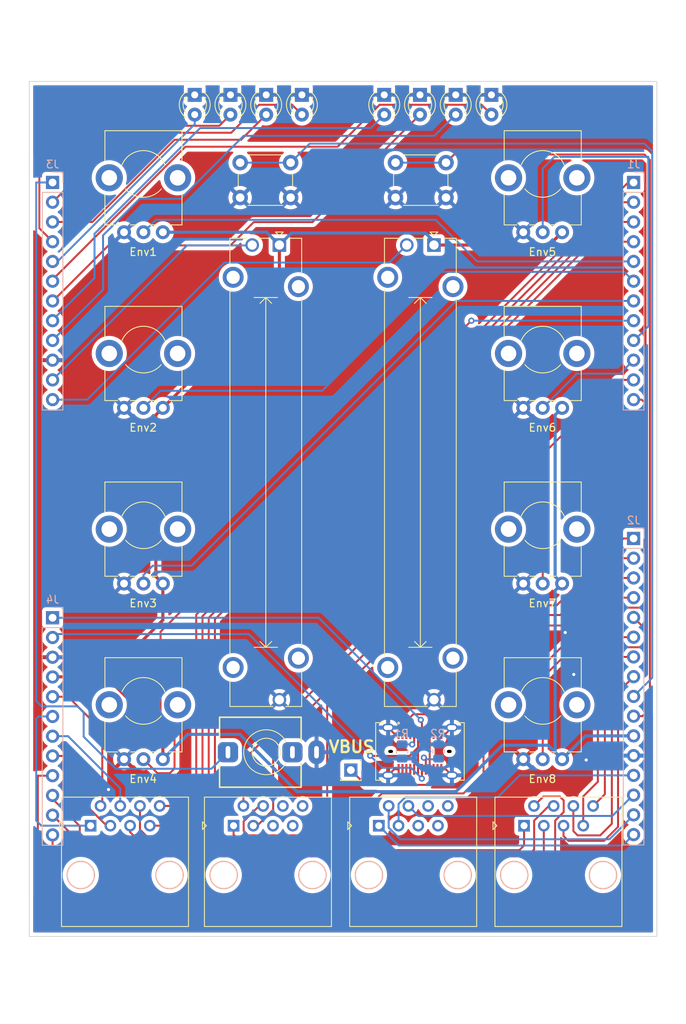
<source format=kicad_pcb>
(kicad_pcb (version 20211014) (generator pcbnew)
  (layers (0 "F.Cu" signal) (31 "B.Cu" signal) (34 "B.Paste" user) (35 "F.Paste" user) (36 "B.SilkS" user "B.Silkscreen") (37 "F.SilkS" user "F.Silkscreen") (38 "B.Mask" user) (39 "F.Mask" user) (44 "Edge.Cuts" user))
  (net 0 "")
  (net 1 "GND")
  (net 2 "/EnvA1_LED_Out")
  (net 3 "/EnvA2_LED_Out")
  (net 4 "/EnvA3_LED_Out")
  (net 5 "/EnvA4_LED_Out")
  (net 6 "/EnvB1_LED_Out")
  (net 7 "/EnvB2_LED_Out")
  (net 8 "/EnvB3_LED_Out")
  (net 9 "/EnvB4_LED_Out")
  (net 10 "+3.3VA")
  (net 11 "/Env1_Attack")
  (net 12 "/Env1_Decay")
  (net 13 "/Env1_Sustain")
  (net 14 "/Env1_Release")
  (net 15 "/Env2_Attack")
  (net 16 "/Env2_Decay")
  (net 17 "/Env2_Sustain")
  (net 18 "/Env2_Release")
  (net 19 "/AudioA4_In")
  (net 20 "/AudioA3_In")
  (net 21 "/AudioA2_In")
  (net 22 "/AudioA1_In")
  (net 23 "/Audio2_Out")
  (net 24 "/Audio3_Out")
  (net 25 "/Audio4_Out")
  (net 26 "/Audio1_Out")
  (net 27 "/AudioB4_In")
  (net 28 "/AudioB3_In")
  (net 29 "/AudioB2_In")
  (net 30 "/AudioB1_In")
  (net 31 "/Calib_Btn1")
  (net 32 "/Calib_Btn2")
  (net 33 "/MIDI_IN")
  (net 34 "/ChannelA_Level")
  (net 35 "/ChannelB_Level")
  (net 36 "/USB_DP")
  (net 37 "/USB_DM")
  (net 38 "/CV_OUT_A2")
  (net 39 "/CV_OUT_A1")
  (net 40 "/CV_OUT_A4")
  (net 41 "/CV_OUT_A3")
  (net 42 "/CV_OUT_B2")
  (net 43 "/CV_OUT_B1")
  (net 44 "/CV_OUT_B4")
  (net 45 "/CV_OUT_B3")
  (net 52 "Net-(J8-PadA4)")
  (net 53 "Net-(J8-PadA5)")
  (net 59 "Net-(J8-PadB5)")
  (net 64 "/Gate3_Out")
  (net 65 "/Gate4_Out")
  (net 66 "/Gate2_Out")
  (net 67 "/Gate1_Out")
  (footprint "Custom_Footprints:LED_D3.0mm" (layer "F.Cu") (at 80.6 42 -90)
    (fp_text reference "A3" hide)
    (fp_text value "LED")
  )
  (footprint "Custom_Footprints:Thonkiconn_Stereo-PJ366ST" (layer "F.Cu") (at 80.6 125.3 90)
    (fp_text reference "J9" hide)
    (fp_text value "Midi_In")
  )
  (footprint "Custom_Footprints:Alpha_9mm_Potentiometer_Aligned" (layer "F.Cu") (at 64.8 50.9)
    (fp_text reference "Env1")
    (fp_text value "10k")
  )
  (footprint "Custom_Footprints:RJ45_Molex_42878-8506" (layer "F.Cu") (at 62.4 139.4)
    (fp_text reference "J5" hide)
    (fp_text value "CV_A")
  )
  (footprint "Custom_Footprints:LED_D3.0mm" (layer "F.Cu") (at 95.8 42 -90)
    (fp_text reference "B1" hide)
    (fp_text value "LED")
  )
  (footprint "Custom_Footprints:Alpha_9mm_Potentiometer_Aligned" (layer "F.Cu") (at 64.8 73.5)
    (fp_text reference "Env2")
    (fp_text value "10k")
  )
  (footprint "Custom_Footprints:RJ45_Molex_42878-8506" (layer "F.Cu") (at 80.8 139.4)
    (fp_text reference "J7" hide)
    (fp_text value "Out")
  )
  (footprint "Custom_Footprints:LED_D3.0mm" (layer "F.Cu") (at 85.2 42 -90)
    (fp_text reference "A4" hide)
    (fp_text value "LED")
  )
  (footprint "Custom_Footprints:SW_PUSH_6mm_aligned" (layer "F.Cu") (at 80.5 51.7)
    (fp_text reference "SW1" hide)
    (fp_text value "SW_Push")
  )
  (footprint "Custom_Footprints:Alpha_9mm_Potentiometer_Aligned" (layer "F.Cu") (at 64.8 96.1)
    (fp_text reference "Env3")
    (fp_text value "10k")
  )
  (footprint "Custom_Footprints:Alpha_9mm_Potentiometer_Aligned" (layer "F.Cu") (at 116.2 50.9)
    (fp_text reference "Env5")
    (fp_text value "10k")
  )
  (footprint "Potentiometer_THT:Potentiometer_Bourns_PTA4543_Single_Slide" (layer "F.Cu") (at 82.3 60.05 -90)
    (fp_text reference "Level1" hide)
    (fp_text value "10k")
  )
  (footprint "Custom_Footprints:LED_D3.0mm" (layer "F.Cu") (at 109.6 42 -90)
    (fp_text reference "B4" hide)
    (fp_text value "LED")
  )
  (footprint "Custom_Footprints:LED_D3.0mm" (layer "F.Cu") (at 71.4 42 -90)
    (fp_text reference "A1" hide)
    (fp_text value "LED")
  )
  (footprint "Potentiometer_THT:Potentiometer_Bourns_PTA4543_Single_Slide" (layer "F.Cu") (at 102.2 60.05 -90)
    (fp_text reference "Level2" hide)
    (fp_text value "10k")
  )
  (footprint "Custom_Footprints:LED_D3.0mm" (layer "F.Cu") (at 100.4 42 -90)
    (fp_text reference "B2" hide)
    (fp_text value "LED")
  )
  (footprint "Custom_Footprints:LED_D3.0mm" (layer "F.Cu") (at 76 42 -90)
    (fp_text reference "A2" hide)
    (fp_text value "LED")
  )
  (footprint "Custom_Footprints:Alpha_9mm_Potentiometer_Aligned" (layer "F.Cu") (at 64.8 118.7)
    (fp_text reference "Env4")
    (fp_text value "10k")
  )
  (footprint "Custom_Footprints:RJ45_Molex_42878-8506" (layer "F.Cu") (at 118.2 139.4)
    (fp_text reference "J6" hide)
    (fp_text value "CV_B")
  )
  (footprint "Connector_PinSocket_2.54mm:PinSocket_1x01_P2.54mm_Vertical" (layer "F.Cu") (at 91.5 127.6)
    (fp_text reference "TP1" hide)
    (fp_text value "TestPoint")
  )
  (footprint "Custom_Footprints:SW_PUSH_6mm_aligned" (layer "F.Cu") (at 100.5 51.7)
    (fp_text reference "SW2" hide)
    (fp_text value "SW_Push")
  )
  (footprint "Custom_Footprints:LED_D3.0mm" (layer "F.Cu") (at 105 42 -90)
    (fp_text reference "B3" hide)
    (fp_text value "LED")
  )
  (footprint "Custom_Footprints:Alpha_9mm_Potentiometer_Aligned" (layer "F.Cu") (at 116.2 118.7)
    (fp_text reference "Env8")
    (fp_text value "10k")
  )
  (footprint "Custom_Footprints:RJ45_Molex_42878-8506" (layer "F.Cu") (at 99.5 139.4)
    (fp_text reference "J10" hide)
    (fp_text value "Gate_Out")
  )
  (footprint "Custom_Footprints:USB_C_Receptacle_Amphenol_12401951E412A" (layer "F.Cu") (at 100.4 125.2)
    (fp_text reference "J8" hide)
    (fp_text value "USB_C_Receptacle")
  )
  (footprint "Custom_Footprints:Alpha_9mm_Potentiometer_Aligned" (layer "F.Cu") (at 116.2 96.1)
    (fp_text reference "Env7")
    (fp_text value "10k")
  )
  (footprint "Custom_Footprints:Alpha_9mm_Potentiometer_Aligned" (layer "F.Cu") (at 116.2 73.5)
    (fp_text reference "Env6")
    (fp_text value "10k")
  )
  (footprint "Connector_PinHeader_2.54mm:PinHeader_1x16_P2.54mm_Vertical" (layer "B.Cu") (at 127.9 97.8 180)
    (fp_text reference "J2")
    (fp_text value "Conn_01x16_Male")
  )
  (footprint "Connector_PinHeader_2.54mm:PinHeader_1x12_P2.54mm_Vertical" (layer "B.Cu") (at 53.1 52 180)
    (fp_text reference "J3")
    (fp_text value "Conn_01x12_Male")
  )
  (footprint "Resistor_SMD:R_0805_2012Metric" (layer "B.Cu") (at 98.1 125.2 -90)
    (fp_text reference "R1")
    (fp_text value "5k1")
  )
  (footprint "Connector_PinHeader_2.54mm:PinHeader_1x12_P2.54mm_Vertical" (layer "B.Cu") (at 53.1 108 180)
    (fp_text reference "J4")
    (fp_text value "Conn_01x12_Male")
  )
  (footprint "Connector_PinHeader_2.54mm:PinHeader_1x12_P2.54mm_Vertical" (layer "B.Cu") (at 127.9 52 180)
    (fp_text reference "J1")
    (fp_text value "Conn_01x12_Male")
  )
  (footprint "Resistor_SMD:R_0805_2012Metric" (layer "B.Cu") (at 102.8 125.2 90)
    (fp_text reference "R2")
    (fp_text value "5k1")
  )
  (gr_rect locked (start 50.1 39) (end 130.9 149) (layer "Edge.Cuts") (width 0.1) (fill none))
  (gr_text "VBUS" (at 91.6 124.6) (layer "F.SilkS") (effects (font (size 1.5 1.5) (thickness 0.3))))
  (segment (start 97.65 127.5) (end 97.07 127.5) (width 0.25) (layer "F.Cu") (net 1))
  (segment (start 103.15 127.5) (end 103.73 127.5) (width 0.25) (layer "F.Cu") (net 1))
  (segment (start 103.73 127.5) (end 104.5 128.27) (width 0.25) (layer "F.Cu") (net 1))
  (segment (start 97.07 122.9) (end 96.3 122.13) (width 0.25) (layer "F.Cu") (net 1))
  (segment (start 97.65 122.9) (end 97.07 122.9) (width 0.25) (layer "F.Cu") (net 1))
  (segment (start 103.73 122.9) (end 104.5 122.13) (width 0.25) (layer "F.Cu") (net 1))
  (segment (start 97.07 127.5) (end 96.3 128.27) (width 0.25) (layer "F.Cu") (net 1))
  (segment (start 103.15 122.9) (end 103.73 122.9) (width 0.25) (layer "F.Cu") (net 1))
  (via (at 119.1 109.9) (size 0.8) (drill 0.4) (layers "F.Cu" "B.Cu") (net 1))
  (via (at 121.8 126.3) (size 0.8) (drill 0.4) (layers "F.Cu" "B.Cu") (net 1))
  (via (at 60.3 130.1) (size 0.8) (drill 0.4) (layers "F.Cu" "B.Cu") (net 1))
  (via (at 120.2 115.3) (size 0.8) (drill 0.4) (layers "F.Cu" "B.Cu") (net 1))
  (segment (start 71.4 44.5) (end 71.4 43.27) (width 0.25) (layer "B.Cu") (net 2))
  (segment (start 53.1 62.16) (end 53.74 62.16) (width 0.25) (layer "B.Cu") (net 2))
  (segment (start 53.74 62.16) (end 71.4 44.5) (width 0.25) (layer "B.Cu") (net 2))
  (segment (start 53.1 59.62) (end 53.1 59.6) (width 0.25) (layer "F.Cu") (net 3))
  (segment (start 51.4 57.9) (end 51.4 48.6) (width 0.25) (layer "F.Cu") (net 3))
  (segment (start 74.57 44.7) (end 76 43.27) (width 0.25) (layer "F.Cu") (net 3))
  (segment (start 55.3 44.7) (end 74.57 44.7) (width 0.25) (layer "F.Cu") (net 3))
  (segment (start 51.4 48.6) (end 55.3 44.7) (width 0.25) (layer "F.Cu") (net 3))
  (segment (start 53.1 59.6) (end 51.4 57.9) (width 0.25) (layer "F.Cu") (net 3))
  (segment (start 68.8 46.5) (end 77.37 46.5) (width 0.25) (layer "F.Cu") (net 4))
  (segment (start 58.22 57.08) (end 68.8 46.5) (width 0.25) (layer "F.Cu") (net 4))
  (segment (start 53.1 57.08) (end 58.22 57.08) (width 0.25) (layer "F.Cu") (net 4))
  (segment (start 77.37 46.5) (end 80.6 43.27) (width 0.25) (layer "F.Cu") (net 4))
  (segment (start 53.1 54.54) (end 62.04 45.6) (width 0.25) (layer "F.Cu") (net 5))
  (segment (start 62.04 45.6) (end 76.1 45.6) (width 0.25) (layer "F.Cu") (net 5))
  (segment (start 76.1 45.6) (end 79.7 42) (width 0.25) (layer "F.Cu") (net 5))
  (segment (start 83.93 42) (end 85.2 43.27) (width 0.25) (layer "F.Cu") (net 5))
  (segment (start 79.7 42) (end 83.93 42) (width 0.25) (layer "F.Cu") (net 5))
  (segment (start 53.1 69.7) (end 53.1 69.78) (width 0.25) (layer "B.Cu") (net 6))
  (segment (start 58.5 58.6) (end 58.5 64.3) (width 0.25) (layer "B.Cu") (net 6))
  (segment (start 94.07 45) (end 72.1 45) (width 0.25) (layer "B.Cu") (net 6))
  (segment (start 58.5 64.3) (end 53.1 69.7) (width 0.25) (layer "B.Cu") (net 6))
  (segment (start 72.1 45) (end 58.5 58.6) (width 0.25) (layer "B.Cu") (net 6))
  (segment (start 95.8 43.27) (end 94.07 45) (width 0.25) (layer "B.Cu") (net 6))
  (segment (start 76 60.1) (end 60.3 60.1) (width 0.25) (layer "F.Cu") (net 7))
  (segment (start 60.3 60.1) (end 53.16 67.24) (width 0.25) (layer "F.Cu") (net 7))
  (segment (start 79 57.1) (end 76 60.1) (width 0.25) (layer "F.Cu") (net 7))
  (segment (start 53.16 67.24) (end 53.1 67.24) (width 0.25) (layer "F.Cu") (net 7))
  (segment (start 86.57 57.1) (end 79 57.1) (width 0.25) (layer "F.Cu") (net 7))
  (segment (start 100.4 43.27) (end 86.57 57.1) (width 0.25) (layer "F.Cu") (net 7))
  (segment (start 64.3 54.1) (end 69.6 54.1) (width 0.25) (layer "B.Cu") (net 8))
  (segment (start 102.27 46) (end 105 43.27) (width 0.25) (layer "B.Cu") (net 8))
  (segment (start 69.6 54.1) (end 77.7 46) (width 0.25) (layer "B.Cu") (net 8))
  (segment (start 59.6 65.8) (end 59.6 58.8) (width 0.25) (layer "B.Cu") (net 8))
  (segment (start 53.1 72.32) (end 53.1 72.3) (width 0.25) (layer "B.Cu") (net 8))
  (segment (start 77.7 46) (end 102.27 46) (width 0.25) (layer "B.Cu") (net 8))
  (segment (start 59.6 58.8) (end 64.3 54.1) (width 0.25) (layer "B.Cu") (net 8))
  (segment (start 53.1 72.3) (end 59.6 65.8) (width 0.25) (layer "B.Cu") (net 8))
  (segment (start 108.33 42) (end 109.6 43.27) (width 0.25) (layer "F.Cu") (net 9))
  (segment (start 53.1 64.7) (end 53.1 64.5) (width 0.25) (layer "F.Cu") (net 9))
  (segment (start 53.1 64.5) (end 70.2 47.4) (width 0.25) (layer "F.Cu") (net 9))
  (segment (start 89.8 47.4) (end 95.2 42) (width 0.25) (layer "F.Cu") (net 9))
  (segment (start 95.2 42) (end 108.33 42) (width 0.25) (layer "F.Cu") (net 9))
  (segment (start 70.2 47.4) (end 89.8 47.4) (width 0.25) (layer "F.Cu") (net 9))
  (segment (start 66.4 81.9) (end 67.3 81) (width 0.4) (layer "F.Cu") (net 10))
  (segment (start 66.4 102.7) (end 66.4 81.9) (width 0.4) (layer "F.Cu") (net 10))
  (segment (start 60 115.6) (end 67.3 108.3) (width 0.4) (layer "F.Cu") (net 10))
  (segment (start 60 115.6) (end 53.12 115.6) (width 0.4) (layer "F.Cu") (net 10))
  (segment (start 67.3 81) (end 82.3 66) (width 0.4) (layer "F.Cu") (net 10))
  (segment (start 67.3 108.3) (end 67.3 103.6) (width 0.4) (layer "F.Cu") (net 10))
  (segment (start 118.7 58.4) (end 117.05 60.05) (width 0.4) (layer "F.Cu") (net 10))
  (segment (start 117.05 60.05) (end 102.2 60.05) (width 0.4) (layer "F.Cu") (net 10))
  (segment (start 82.3 66) (end 82.3 60.05) (width 0.4) (layer "F.Cu") (net 10))
  (segment (start 53.1 115.62) (end 53.12 115.6) (width 0.4) (layer "F.Cu") (net 10))
  (segment (start 67.3 126.2) (end 67.3 122.9) (width 0.4) (layer "F.Cu") (net 10))
  (segment (start 67.3 103.6) (end 66.4 102.7) (width 0.4) (layer "F.Cu") (net 10))
  (segment (start 67.3 122.9) (end 60 115.6) (width 0.4) (layer "F.Cu") (net 10))
  (segment (start 118.7 126.2) (end 116.9 124.4) (width 0.4) (layer "B.Cu") (net 10))
  (segment (start 117.8 104.5) (end 118.7 103.6) (width 0.4) (layer "B.Cu") (net 10))
  (segment (start 80.65 58.4) (end 82.3 60.05) (width 0.4) (layer "B.Cu") (net 10))
  (segment (start 67.3 58.4) (end 80.65 58.4) (width 0.4) (layer "B.Cu") (net 10))
  (segment (start 118.7 126.2) (end 121.7 123.2) (width 0.4) (layer "B.Cu") (net 10))
  (segment (start 118.7 126.2) (end 117.8 125.3) (width 0.4) (layer "B.Cu") (net 10))
  (segment (start 117.8 81.9) (end 117.8 102.7) (width 0.4) (layer "B.Cu") (net 10))
  (segment (start 70.5 123) (end 67.3 126.2) (width 0.4) (layer "B.Cu") (net 10))
  (segment (start 105.0245 130.3755) (end 84.574936 130.3755) (width 0.4) (layer "B.Cu") (net 10))
  (segment (start 111 124.4) (end 105.0245 130.3755) (width 0.4) (layer "B.Cu") (net 10))
  (segment (start 84.574936 130.3755) (end 77.199436 123) (width 0.4) (layer "B.Cu") (net 10))
  (segment (start 83.85 58.5) (end 82.3 60.05) (width 0.4) (layer "B.Cu") (net 10))
  (segment (start 118.7 81) (end 117.8 81.9) (width 0.4) (layer "B.Cu") (net 10))
  (segment (start 117.8 102.7) (end 118.7 103.6) (width 0.4) (layer "B.Cu") (net 10))
  (segment (start 102.2 59.6) (end 101.1 58.5) (width 0.4) (layer "B.Cu") (net 10))
  (segment (start 116.9 124.4) (end 111 124.4) (width 0.4) (layer "B.Cu") (net 10))
  (segment (start 101.1 58.5) (end 83.85 58.5) (width 0.4) (layer "B.Cu") (net 10))
  (segment (start 77.199436 123) (end 70.5 123) (width 0.4) (layer "B.Cu") (net 10))
  (segment (start 117.8 125.3) (end 117.8 104.5) (width 0.4) (layer "B.Cu") (net 10))
  (segment (start 121.7 123.2) (end 127.9 123.2) (width 0.4) (layer "B.Cu") (net 10))
  (segment (start 102.2 60.05) (end 102.2 59.6) (width 0.4) (layer "B.Cu") (net 10))
  (segment (start 64.8 58.4) (end 66.4 56.8) (width 0.25) (layer "B.Cu") (net 11))
  (segment (start 66.4 56.8) (end 102.4 56.8) (width 0.25) (layer "B.Cu") (net 11))
  (segment (start 102.4 56.8) (end 107.76 62.16) (width 0.25) (layer "B.Cu") (net 11))
  (segment (start 107.76 62.16) (end 127.9 62.16) (width 0.25) (layer "B.Cu") (net 11))
  (segment (start 126.7 63.5) (end 127.9 64.7) (width 0.25) (layer "B.Cu") (net 12))
  (segment (start 87.8 78.8) (end 103.1 63.5) (width 0.25) (layer "B.Cu") (net 12))
  (segment (start 67 78.8) (end 87.8 78.8) (width 0.25) (layer "B.Cu") (net 12))
  (segment (start 64.8 81) (end 67 78.8) (width 0.25) (layer "B.Cu") (net 12))
  (segment (start 103.1 63.5) (end 126.7 63.5) (width 0.25) (layer "B.Cu") (net 12))
  (segment (start 71 101.3) (end 105.06 67.24) (width 0.25) (layer "B.Cu") (net 13))
  (segment (start 64.8 103.6) (end 64.8 102.5) (width 0.25) (layer "B.Cu") (net 13))
  (segment (start 105.06 67.24) (end 127.9 67.24) (width 0.25) (layer "B.Cu") (net 13))
  (segment (start 66 101.3) (end 71 101.3) (width 0.25) (layer "B.Cu") (net 13))
  (segment (start 64.8 102.5) (end 66 101.3) (width 0.25) (layer "B.Cu") (net 13))
  (segment (start 67 109.8) (end 107.02 69.78) (width 0.25) (layer "F.Cu") (net 14))
  (segment (start 64.8 126.2) (end 66.6 128) (width 0.25) (layer "F.Cu") (net 14))
  (segment (start 67 120.9) (end 67 109.8) (width 0.25) (layer "F.Cu") (net 14))
  (segment (start 66.6 128) (end 68.2 128) (width 0.25) (layer "F.Cu") (net 14))
  (segment (start 68.8 122.7) (end 67 120.9) (width 0.25) (layer "F.Cu") (net 14))
  (segment (start 68.8 127.4) (end 68.8 122.7) (width 0.25) (layer "F.Cu") (net 14))
  (segment (start 68.2 128) (end 68.8 127.4) (width 0.25) (layer "F.Cu") (net 14))
  (via (at 107.02 69.78) (size 0.8) (drill 0.4) (layers "F.Cu" "B.Cu") (net 14))
  (segment (start 107.02 69.78) (end 127.9 69.78) (width 0.25) (layer "B.Cu") (net 14))
  (segment (start 127.98 72.32) (end 127.9 72.32) (width 0.25) (layer "B.Cu") (net 15))
  (segment (start 117.7 48.7) (end 129.8 48.7) (width 0.25) (layer "B.Cu") (net 15))
  (segment (start 116.2 58.4) (end 116.2 50.2) (width 0.25) (layer "B.Cu") (net 15))
  (segment (start 129.8 48.7) (end 129.8 70.5) (width 0.25) (layer "B.Cu") (net 15))
  (segment (start 116.2 50.2) (end 117.7 48.7) (width 0.25) (layer "B.Cu") (net 15))
  (segment (start 129.8 70.5) (end 127.98 72.32) (width 0.25) (layer "B.Cu") (net 15))
  (segment (start 126.16 76.6) (end 120.5 76.6) (width 0.25) (layer "B.Cu") (net 16))
  (segment (start 120.5 76.6) (end 120.5 76.7) (width 0.25) (layer "B.Cu") (net 16))
  (segment (start 127.9 74.86) (end 126.16 76.6) (width 0.25) (layer "B.Cu") (net 16))
  (segment (start 120.5 76.7) (end 116.2 81) (width 0.25) (layer "B.Cu") (net 16))
  (segment (start 116.2 87) (end 125.8 77.4) (width 0.25) (layer "F.Cu") (net 17))
  (segment (start 116.2 103.6) (end 116.2 87) (width 0.25) (layer "F.Cu") (net 17))
  (segment (start 125.8 77.4) (end 127.9 77.4) (width 0.25) (layer "F.Cu") (net 17))
  (segment (start 116.2 115.7) (end 125.2 106.7) (width 0.25) (layer "F.Cu") (net 18))
  (segment (start 125.2 106.7) (end 128.8 106.7) (width 0.25) (layer "F.Cu") (net 18))
  (segment (start 128.8 106.7) (end 129.3 106.2) (width 0.25) (layer "F.Cu") (net 18))
  (segment (start 128.94 79.94) (end 127.9 79.94) (width 0.25) (layer "F.Cu") (net 18))
  (segment (start 116.2 126.2) (end 116.2 115.7) (width 0.25) (layer "F.Cu") (net 18))
  (segment (start 129.3 80.3) (end 128.94 79.94) (width 0.25) (layer "F.Cu") (net 18))
  (segment (start 129.3 106.2) (end 129.3 80.3) (width 0.25) (layer "F.Cu") (net 18))
  (segment (start 71.6 107.6) (end 71.6 131.5) (width 0.25) (layer "F.Cu") (net 19))
  (segment (start 127.2 52) (end 71.6 107.6) (width 0.25) (layer "F.Cu") (net 19))
  (segment (start 71.6 131.5) (end 70.89 132.21) (width 0.25) (layer "F.Cu") (net 19))
  (segment (start 127.9 52) (end 127.2 52) (width 0.25) (layer "F.Cu") (net 19))
  (segment (start 70.89 132.21) (end 66.89 132.21) (width 0.25) (layer "F.Cu") (net 19))
  (segment (start 71.45 134.75) (end 72.4 133.8) (width 0.25) (layer "F.Cu") (net 20))
  (segment (start 72.4 133.8) (end 72.4 107.8) (width 0.25) (layer "F.Cu") (net 20))
  (segment (start 72.4 107.8) (end 125.66 54.54) (width 0.25) (layer "F.Cu") (net 20))
  (segment (start 65.62 134.75) (end 71.45 134.75) (width 0.25) (layer "F.Cu") (net 20))
  (segment (start 125.66 54.54) (end 127.9 54.54) (width 0.25) (layer "F.Cu") (net 20))
  (segment (start 73.2 108) (end 124.12 57.08) (width 0.25) (layer "F.Cu") (net 21))
  (segment (start 64.35 132.21) (end 64.35 135.25) (width 0.25) (layer "F.Cu") (net 21))
  (segment (start 124.12 57.08) (end 127.9 57.08) (width 0.25) (layer "F.Cu") (net 21))
  (segment (start 65.2 136.1) (end 71.9 136.1) (width 0.25) (layer "F.Cu") (net 21))
  (segment (start 64.35 135.25) (end 65.2 136.1) (width 0.25) (layer "F.Cu") (net 21))
  (segment (start 73.2 134.8) (end 73.2 108) (width 0.25) (layer "F.Cu") (net 21))
  (segment (start 71.9 136.1) (end 73.2 134.8) (width 0.25) (layer "F.Cu") (net 21))
  (segment (start 63.08 135.58) (end 64.4 136.9) (width 0.25) (layer "F.Cu") (net 22))
  (segment (start 72.6 136.9) (end 74 135.5) (width 0.25) (layer "F.Cu") (net 22))
  (segment (start 74 135.5) (end 74 108.2) (width 0.25) (layer "F.Cu") (net 22))
  (segment (start 74 108.2) (end 122.58 59.62) (width 0.25) (layer "F.Cu") (net 22))
  (segment (start 63.08 134.75) (end 63.08 135.58) (width 0.25) (layer "F.Cu") (net 22))
  (segment (start 64.4 136.9) (end 72.6 136.9) (width 0.25) (layer "F.Cu") (net 22))
  (segment (start 122.58 59.62) (end 127.9 59.62) (width 0.25) (layer "F.Cu") (net 22))
  (segment (start 97.6 106.4) (end 118 106.4) (width 0.25) (layer "F.Cu") (net 23))
  (segment (start 126.6 97.8) (end 127.9 97.8) (width 0.25) (layer "F.Cu") (net 23))
  (segment (start 77.67 126.33) (end 97.6 106.4) (width 0.25) (layer "F.Cu") (net 23))
  (segment (start 77.67 132.21) (end 77.67 126.33) (width 0.25) (layer "F.Cu") (net 23))
  (segment (start 118 106.4) (end 126.6 97.8) (width 0.25) (layer "F.Cu") (net 23))
  (segment (start 78.94 134.75) (end 79.45 134.75) (width 0.25) (layer "F.Cu") (net 24))
  (segment (start 81.5 132.7) (end 81.5 124.4) (width 0.25) (layer "F.Cu") (net 24))
  (segment (start 81.5 124.4) (end 98.25 107.65) (width 0.25) (layer "F.Cu") (net 24))
  (segment (start 118.45 107.65) (end 120.66 105.44) (width 0.25) (layer "F.Cu") (net 24))
  (segment (start 120.7 105.44) (end 125.8 100.34) (width 0.25) (layer "F.Cu") (net 24))
  (segment (start 79.45 134.75) (end 81.5 132.7) (width 0.25) (layer "F.Cu") (net 24))
  (segment (start 125.8 100.34) (end 127.9 100.34) (width 0.25) (layer "F.Cu") (net 24))
  (segment (start 98.25 107.65) (end 118.45 107.65) (width 0.25) (layer "F.Cu") (net 24))
  (segment (start 120.66 105.44) (end 120.7 105.44) (width 0.25) (layer "F.Cu") (net 24))
  (segment (start 79.69 132.21) (end 77.7 134.2) (width 0.25) (layer "F.Cu") (net 25))
  (segment (start 80.21 132.21) (end 79.69 132.21) (width 0.25) (layer "F.Cu") (net 25))
  (segment (start 77.7 135.4) (end 78.3 136) (width 0.25) (layer "F.Cu") (net 25))
  (segment (start 125.8 102.88) (end 127.9 102.88) (width 0.25) (layer "F.Cu") (net 25))
  (segment (start 87.2 136) (end 88.455 134.745) (width 0.25) (layer "F.Cu") (net 25))
  (segment (start 88.455 134.745) (end 88.455 119.145) (width 0.25) (layer "F.Cu") (net 25))
  (segment (start 78.3 136) (end 87.2 136) (width 0.25) (layer "F.Cu") (net 25))
  (segment (start 88.455 119.145) (end 98.6 109) (width 0.25) (layer "F.Cu") (net 25))
  (segment (start 119.68 109) (end 125.8 102.88) (width 0.25) (layer "F.Cu") (net 25))
  (segment (start 77.7 134.2) (end 77.7 135.4) (width 0.25) (layer "F.Cu") (net 25))
  (segment (start 98.6 109) (end 119.68 109) (width 0.25) (layer "F.Cu") (net 25))
  (segment (start 110.98 115.62) (end 114.78 115.62) (width 0.25) (layer "F.Cu") (net 26))
  (segment (start 95.5 130.6) (end 106 130.6) (width 0.25) (layer "F.Cu") (net 26))
  (segment (start 124.98 105.42) (end 127.9 105.42) (width 0.25) (layer "F.Cu") (net 26))
  (segment (start 76.4 135.9) (end 77.2 136.7) (width 0.25) (layer "F.Cu") (net 26))
  (segment (start 108.58 118.02) (end 110.98 115.62) (width 0.25) (layer "F.Cu") (net 26))
  (segment (start 108.58 128.02) (end 108.58 118.02) (width 0.25) (layer "F.Cu") (net 26))
  (segment (start 76.4 134.75) (end 76.4 135.9) (width 0.25) (layer "F.Cu") (net 26))
  (segment (start 77.2 136.7) (end 89.4 136.7) (width 0.25) (layer "F.Cu") (net 26))
  (segment (start 89.4 136.7) (end 95.5 130.6) (width 0.25) (layer "F.Cu") (net 26))
  (segment (start 106 130.6) (end 108.58 128.02) (width 0.25) (layer "F.Cu") (net 26))
  (segment (start 114.78 115.62) (end 124.98 105.42) (width 0.25) (layer "F.Cu") (net 26))
  (segment (start 129.4 109.46) (end 127.9 107.96) (width 0.25) (layer "F.Cu") (net 27))
  (segment (start 122.69 132.21) (end 124.2 130.7) (width 0.25) (layer "F.Cu") (net 27))
  (segment (start 124.2 130.7) (end 124.2 112.5) (width 0.25) (layer "F.Cu") (net 27))
  (segment (start 124.2 112.5) (end 124.9 111.8) (width 0.25) (layer "F.Cu") (net 27))
  (segment (start 129.4 111.2) (end 129.4 109.46) (width 0.25) (layer "F.Cu") (net 27))
  (segment (start 124.9 111.8) (end 128.8 111.8) (width 0.25) (layer "F.Cu") (net 27))
  (segment (start 128.8 111.8) (end 129.4 111.2) (width 0.25) (layer "F.Cu") (net 27))
  (segment (start 127.9 110.5) (end 124.2 110.5) (width 0.25) (layer "F.Cu") (net 28))
  (segment (start 121.42 130.98) (end 121.42 134.75) (width 0.25) (layer "F.Cu") (net 28))
  (segment (start 123.3 129.1) (end 121.42 130.98) (width 0.25) (layer "F.Cu") (net 28))
  (segment (start 124.2 110.5) (end 123.3 111.4) (width 0.25) (layer "F.Cu") (net 28))
  (segment (start 123.3 111.4) (end 123.3 129.1) (width 0.25) (layer "F.Cu") (net 28))
  (segment (start 125.1 113.8) (end 125.1 134.5) (width 0.25) (layer "F.Cu") (net 29))
  (segment (start 120.15 135.45) (end 120.15 132.21) (width 0.25) (layer "F.Cu") (net 29))
  (segment (start 123.6 136) (end 120.7 136) (width 0.25) (layer "F.Cu") (net 29))
  (segment (start 125.86 113.04) (end 125.1 113.8) (width 0.25) (layer "F.Cu") (net 29))
  (segment (start 127.9 113.04) (end 125.86 113.04) (width 0.25) (layer "F.Cu") (net 29))
  (segment (start 120.7 136) (end 120.15 135.45) (width 0.25) (layer "F.Cu") (net 29))
  (segment (start 125.1 134.5) (end 123.6 136) (width 0.25) (layer "F.Cu") (net 29))
  (segment (start 118.88 136.08) (end 119.5 136.7) (width 0.25) (layer "F.Cu") (net 30))
  (segment (start 124.1 136.7) (end 125.9 134.9) (width 0.25) (layer "F.Cu") (net 30))
  (segment (start 125.9 117.58) (end 127.9 115.58) (width 0.25) (layer "F.Cu") (net 30))
  (segment (start 119.5 136.7) (end 124.1 136.7) (width 0.25) (layer "F.Cu") (net 30))
  (segment (start 125.9 134.9) (end 125.9 117.58) (width 0.25) (layer "F.Cu") (net 30))
  (segment (start 118.88 134.75) (end 118.88 136.08) (width 0.25) (layer "F.Cu") (net 30))
  (segment (start 130.3 115.72) (end 130.3 48) (width 0.25) (layer "B.Cu") (net 31))
  (segment (start 83.75 49.45) (end 77.25 49.45) (width 0.25) (layer "B.Cu") (net 31))
  (segment (start 127.9 118.12) (end 130.3 115.72) (width 0.25) (layer "B.Cu") (net 31))
  (segment (start 129.3 47) (end 86.2 47) (width 0.25) (layer "B.Cu") (net 31))
  (segment (start 130.3 48) (end 129.3 47) (width 0.25) (layer "B.Cu") (net 31))
  (segment (start 86.2 47) (end 83.75 49.45) (width 0.25) (layer "B.Cu") (net 31))
  (segment (start 127.9 120.66) (end 129.04 120.66) (width 0.25) (layer "F.Cu") (net 32))
  (segment (start 130 119.7) (end 130 49.1) (width 0.25) (layer "F.Cu") (net 32))
  (segment (start 130 49.1) (end 129.3 48.4) (width 0.25) (layer "F.Cu") (net 32))
  (segment (start 129.3 48.4) (end 104.8 48.4) (width 0.25) (layer "F.Cu") (net 32))
  (segment (start 129.04 120.66) (end 130 119.7) (width 0.25) (layer "F.Cu") (net 32))
  (segment (start 104.8 48.4) (end 103.75 49.45) (width 0.25) (layer "F.Cu") (net 32))
  (segment (start 97.2 49.45) (end 103.7 49.45) (width 0.25) (layer "B.Cu") (net 32))
  (segment (start 73.555 127.425) (end 61.225 127.425) (width 0.25) (layer "B.Cu") (net 33))
  (segment (start 51.7 119.4) (end 51 118.7) (width 0.25) (layer "B.Cu") (net 33))
  (segment (start 57.1 123.3) (end 57.1 120.2) (width 0.25) (layer "B.Cu") (net 33))
  (segment (start 51 52) (end 53.1 52) (width 0.25) (layer "B.Cu") (net 33))
  (segment (start 61.225 127.425) (end 57.1 123.3) (width 0.25) (layer "B.Cu") (net 33))
  (segment (start 56.3 119.4) (end 51.7 119.4) (width 0.25) (layer "B.Cu") (net 33))
  (segment (start 51 118.7) (end 51 52) (width 0.25) (layer "B.Cu") (net 33))
  (segment (start 57.1 120.2) (end 56.3 119.4) (width 0.25) (layer "B.Cu") (net 33))
  (segment (start 75.68 125.3) (end 73.555 127.425) (width 0.25) (layer "B.Cu") (net 33))
  (segment (start 78.75 60.1) (end 78.8 60.05) (width 0.25) (layer "B.Cu") (net 34))
  (segment (start 53.1 77.4) (end 70.4 60.1) (width 0.25) (layer "B.Cu") (net 34))
  (segment (start 70.4 60.1) (end 78.75 60.1) (width 0.25) (layer "B.Cu") (net 34))
  (segment (start 57.56 79.94) (end 75.2 62.3) (width 0.25) (layer "B.Cu") (net 35))
  (segment (start 96.45 62.3) (end 98.7 60.05) (width 0.25) (layer "B.Cu") (net 35))
  (segment (start 75.2 62.3) (end 96.45 62.3) (width 0.25) (layer "B.Cu") (net 35))
  (segment (start 53.1 79.94) (end 57.56 79.94) (width 0.25) (layer "B.Cu") (net 35))
  (segment (start 100.65 128.671549) (end 100.634374 128.687175) (width 0.25) (layer "F.Cu") (net 36))
  (segment (start 100.15 124.67862) (end 100.15 122.9) (width 0.25) (layer "F.Cu") (net 36))
  (segment (start 100.65 127.5) (end 100.65 128.671549) (width 0.25) (layer "F.Cu") (net 36))
  (segment (start 94.025 125.775) (end 99.05362 125.775) (width 0.25) (layer "F.Cu") (net 36))
  (segment (start 99.05362 125.775) (end 100.15 124.67862) (width 0.25) (layer "F.Cu") (net 36))
  (via (at 100.634374 128.687175) (size 0.8) (drill 0.4) (layers "F.Cu" "B.Cu") (net 36))
  (via (at 94 125.750002) (size 0.8) (drill 0.4) (layers "F.Cu" "B.Cu") (net 36))
  (segment (start 99.247199 127.3) (end 95.549998 127.3) (width 0.25) (layer "B.Cu") (net 36))
  (segment (start 95.549998 127.3) (end 94 125.750002) (width 0.25) (layer "B.Cu") (net 36))
  (segment (start 94 125.750002) (end 78.349998 110.1) (width 0.25) (layer "B.Cu") (net 36))
  (segment (start 100.634374 128.687175) (end 99.247199 127.3) (width 0.25) (layer "B.Cu") (net 36))
  (segment (start 78.349998 110.1) (end 53.54 110.1) (width 0.25) (layer "B.Cu") (net 36))
  (segment (start 53.54 110.1) (end 53.1 110.54) (width 0.25) (layer "B.Cu") (net 36))
  (segment (start 100.65 124.81431) (end 100.65 122.9) (width 0.25) (layer "F.Cu") (net 37))
  (segment (start 100.15 127.5) (end 100.15 125.31431) (width 0.25) (layer "F.Cu") (net 37))
  (segment (start 100.15 125.31431) (end 100.65 124.81431) (width 0.25) (layer "F.Cu") (net 37))
  (segment (start 100.65 121.287701) (end 100.5 121.137701) (width 0.25) (layer "F.Cu") (net 37))
  (segment (start 100.65 122.9) (end 100.65 121.287701) (width 0.25) (layer "F.Cu") (net 37))
  (via (at 100.5 121.137701) (size 0.8) (drill 0.4) (layers "F.Cu" "B.Cu") (net 37))
  (segment (start 87.362299 108) (end 100.5 121.137701) (width 0.25) (layer "B.Cu") (net 37))
  (segment (start 53.1 108) (end 87.362299 108) (width 0.25) (layer "B.Cu") (net 37))
  (segment (start 59.5 131.98) (end 59.27 132.21) (width 0.25) (layer "F.Cu") (net 38))
  (segment (start 53.1 118.16) (end 55.1 118.16) (width 0.25) (layer "F.Cu") (net 38))
  (segment (start 55.1 118.16) (end 59.5 122.56) (width 0.25) (layer "F.Cu") (net 38))
  (segment (start 59.5 122.56) (end 59.5 131.98) (width 0.25) (layer "F.Cu") (net 38))
  (segment (start 51.65 134.75) (end 58 134.75) (width 0.25) (layer "B.Cu") (net 39))
  (segment (start 51 121) (end 51 134.1) (width 0.25) (layer "B.Cu") (net 39))
  (segment (start 51 134.1) (end 51.65 134.75) (width 0.25) (layer "B.Cu") (net 39))
  (segment (start 51.3 120.7) (end 51 121) (width 0.25) (layer "B.Cu") (net 39))
  (segment (start 53.1 120.7) (end 51.3 120.7) (width 0.25) (layer "B.Cu") (net 39))
  (segment (start 55.1 123.24) (end 61.81 129.95) (width 0.25) (layer "B.Cu") (net 40))
  (segment (start 53.1 123.24) (end 55.1 123.24) (width 0.25) (layer "B.Cu") (net 40))
  (segment (start 61.81 129.95) (end 61.81 132.21) (width 0.25) (layer "B.Cu") (net 40))
  (segment (start 56.6 131.3) (end 60.05 134.75) (width 0.25) (layer "F.Cu") (net 41))
  (segment (start 55.1 125.78) (end 56.6 127.28) (width 0.25) (layer "F.Cu") (net 41))
  (segment (start 53.1 125.78) (end 55.1 125.78) (width 0.25) (layer "F.Cu") (net 41))
  (segment (start 56.6 127.28) (end 56.6 131.3) (width 0.25) (layer "F.Cu") (net 41))
  (segment (start 60.05 134.75) (end 60.54 134.75) (width 0.25) (layer "F.Cu") (net 41))
  (segment (start 117.805 141.295) (end 117.805 134.095) (width 0.25) (layer "F.Cu") (net 42))
  (segment (start 118.9 131.5) (end 118.4 131) (width 0.25) (layer "F.Cu") (net 42))
  (segment (start 118.9 133) (end 118.9 131.5) (width 0.25) (layer "F.Cu") (net 42))
  (segment (start 117.805 134.095) (end 118.9 133) (width 0.25) (layer "F.Cu") (net 42))
  (segment (start 52.7 144.8) (end 114.3 144.8) (width 0.25) (layer "F.Cu") (net 42))
  (segment (start 51.2 143.3) (end 52.7 144.8) (width 0.25) (layer "F.Cu") (net 42))
  (segment (start 114.3 144.8) (end 117.805 141.295) (width 0.25) (layer "F.Cu") (net 42))
  (segment (start 51.08 128.32) (end 51.2 128.44) (width 0.25) (layer "F.Cu") (net 42))
  (segment (start 118.4 131) (end 116.28 131) (width 0.25) (layer "F.Cu") (net 42))
  (segment (start 51.2 128.44) (end 51.2 143.3) (width 0.25) (layer "F.Cu") (net 42))
  (segment (start 116.28 131) (end 115.07 132.21) (width 0.25) (layer "F.Cu") (net 42))
  (segment (start 53.1 128.32) (end 51.08 128.32) (width 0.25) (layer "F.Cu") (net 42))
  (segment (start 113.8 137.3) (end 113.8 134.75) (width 0.25) (layer "F.Cu") (net 43))
  (segment (start 113.2 137.9) (end 113.8 137.3) (width 0.25) (layer "F.Cu") (net 43))
  (segment (start 58.8 137.9) (end 113.2 137.9) (width 0.25) (layer "F.Cu") (net 43))
  (segment (start 56.6 134.8) (end 56.6 135.7) (width 0.25) (layer "F.Cu") (net 43))
  (segment (start 53.1 131.3) (end 56.6 134.8) (width 0.25) (layer "F.Cu") (net 43))
  (segment (start 56.6 135.7) (end 58.8 137.9) (width 0.25) (layer "F.Cu") (net 43))
  (segment (start 53.1 130.86) (end 53.1 131.3) (width 0.25) (layer "F.Cu") (net 43))
  (segment (start 114.2 138.7) (end 115.1 137.8) (width 0.25) (layer "F.Cu") (net 44))
  (segment (start 115.1 137.8) (end 115.1 134.1) (width 0.25) (layer "F.Cu") (net 44))
  (segment (start 58.4 138.7) (end 114.2 138.7) (width 0.25) (layer "F.Cu") (net 44))
  (segment (start 116.99 132.21) (end 117.61 132.21) (width 0.25) (layer "F.Cu") (net 44))
  (segment (start 115.1 134.1) (end 116.99 132.21) (width 0.25) (layer "F.Cu") (net 44))
  (segment (start 53.1 133.4) (end 58.4 138.7) (width 0.25) (layer "F.Cu") (net 44))
  (segment (start 54.1 144) (end 113.6 144) (width 0.25) (layer "F.Cu") (net 45))
  (segment (start 113.6 144) (end 116.34 141.26) (width 0.25) (layer "F.Cu") (net 45))
  (segment (start 53.1 143) (end 54.1 144) (width 0.25) (layer "F.Cu") (net 45))
  (segment (start 116.34 141.26) (end 116.34 134.75) (width 0.25) (layer "F.Cu") (net 45))
  (segment (start 53.1 135.94) (end 53.1 143) (width 0.25) (layer "F.Cu") (net 45))
  (segment (start 99.112701 120.837396) (end 99.112701 122.862701) (width 0.25) (layer "F.Cu") (net 52))
  (segment (start 99.2 129.5) (end 99.15 129.45) (width 0.25) (layer "F.Cu") (net 52))
  (segment (start 101.112701 120.412701) (end 99.537396 120.412701) (width 0.25) (layer "F.Cu") (net 52))
  (segment (start 101.65 127.5) (end 101.65 129.05) (width 0.25) (layer "F.Cu") (net 52))
  (segment (start 101.65 129.05) (end 101.2 129.5) (width 0.25) (layer "F.Cu") (net 52))
  (segment (start 101.2 129.5) (end 99.2 129.5) (width 0.25) (layer "F.Cu") (net 52))
  (segment (start 101.65 127.5) (end 101.65 122.9) (width 0.25) (layer "F.Cu") (net 52))
  (segment (start 99.15 129.45) (end 99.15 127.5) (width 0.25) (layer "F.Cu") (net 52))
  (segment (start 99.537396 120.412701) (end 99.112701 120.837396) (width 0.25) (layer "F.Cu") (net 52))
  (segment (start 93.4 129.5) (end 91.5 127.6) (width 0.25) (layer "F.Cu") (net 52))
  (segment (start 99.7 129.5) (end 93.4 129.5) (width 0.25) (layer "F.Cu") (net 52))
  (segment (start 99.112701 122.862701) (end 99.15 122.9) (width 0.25) (layer "F.Cu") (net 52))
  (segment (start 101.65 120.95) (end 101.112701 120.412701) (width 0.25) (layer "F.Cu") (net 52))
  (segment (start 101.65 122.9) (end 101.65 120.95) (width 0.25) (layer "F.Cu") (net 52))
  (segment (start 99.65 124.05) (end 99.65 122.9) (width 0.25) (layer "F.Cu") (net 53))
  (segment (start 99.4 124.3) (end 99.65 124.05) (width 0.25) (layer "F.Cu") (net 53))
  (via (at 99.4 124.3) (size 0.8) (drill 0.4) (layers "F.Cu" "B.Cu") (net 53))
  (segment (start 98.1 124.2875) (end 99.3875 124.2875) (width 0.25) (layer "B.Cu") (net 53))
  (segment (start 99.3875 124.2875) (end 99.4 124.3) (width 0.25) (layer "B.Cu") (net 53))
  (segment (start 101.15 126.25) (end 100.9 126) (width 0.25) (layer "F.Cu") (net 59))
  (segment (start 101.15 127.5) (end 101.15 126.25) (width 0.25) (layer "F.Cu") (net 59))
  (via (at 100.9 126) (size 0.8) (drill 0.4) (layers "F.Cu" "B.Cu") (net 59))
  (segment (start 102.8 126.2125) (end 101.1125 126.2125) (width 0.25) (layer "B.Cu") (net 59))
  (segment (start 101.1125 126.2125) (end 100.9 126) (width 0.25) (layer "B.Cu") (net 59))
  (segment (start 113.22 128.28) (end 127.9 128.28) (width 0.25) (layer "B.Cu") (net 64))
  (segment (start 97.64 134.75) (end 97.64 131.95972) (width 0.25) (layer "B.Cu") (net 64))
  (segment (start 110.4 131.1) (end 113.22 128.28) (width 0.25) (layer "B.Cu") (net 64))
  (segment (start 98.49972 131.1) (end 110.4 131.1) (width 0.25) (layer "B.Cu") (net 64))
  (segment (start 97.64 131.95972) (end 98.49972 131.1) (width 0.25) (layer "B.Cu") (net 64))
  (segment (start 125.16 133.5) (end 127.84 130.82) (width 0.25) (layer "B.Cu") (net 65))
  (segment (start 100.2 133.5) (end 125.16 133.5) (width 0.25) (layer "B.Cu") (net 65))
  (segment (start 127.84 130.82) (end 127.9 130.82) (width 0.25) (layer "B.Cu") (net 65))
  (segment (start 98.91 132.21) (end 100.2 133.5) (width 0.25) (layer "B.Cu") (net 65))
  (segment (start 96.37 135.00028) (end 97.86972 136.5) (width 0.25) (layer "B.Cu") (net 66))
  (segment (start 97.86972 136.5) (end 124.8 136.5) (width 0.25) (layer "B.Cu") (net 66))
  (segment (start 124.8 136.5) (end 127.9 133.4) (width 0.25) (layer "B.Cu") (net 66))
  (segment (start 127.9 133.4) (end 127.9 133.36) (width 0.25) (layer "B.Cu") (net 66))
  (segment (start 96.37 132.21) (end 96.37 135.00028) (width 0.25) (layer "B.Cu") (net 66))
  (segment (start 126.5 137.3) (end 127.9 135.9) (width 0.25) (layer "B.Cu") (net 67))
  (segment (start 97.65 137.3) (end 126.5 137.3) (width 0.25) (layer "B.Cu") (net 67))
  (segment (start 95.1 134.75) (end 97.65 137.3) (width 0.25) (layer "B.Cu") (net 67))
  (zone locked (net 1) (net_name "GND") (layers F&B.Cu) (connect_pads (clearance 0.508)) (min_thickness 0.254) (fill yes (thermal_gap 0.508) (thermal_bridge_width 0.508))
    (polygon (pts (xy 132 150) (xy 49 150) (xy 49 38) (xy 132 38)))
  )
)
</source>
